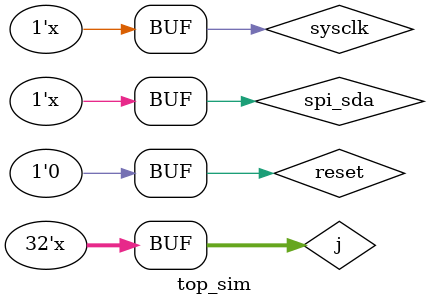
<source format=sv>
`timescale 1ns/1ps

module top_sim();
    reg sysclk;
    initial sysclk = 0;
    always #42 sysclk = ~sysclk; // close enough to 12MHz
   
    reg reset;
    initial reset = 0;
    
    reg spi_sck;
    reg spi_sda;
    wire spi_ready;
    wire tft_dotclk;
    wire tft_hsync;
    wire tft_vsync;
    wire tft_data_enable;
    wire [5:0] tft_data;
    wire [18:0] memory_addr;
    wire [7:0] memory_data;
    wire RamOEn;
    wire RamWEn;
    wire RamCEn;
    
    top top_inst(
        .sysclk(sysclk),
        .reset(reset),
        .spi_sck(spi_sck),
        .spi_sda(spi_sda),
        .spi_ready(spi_ready),
        .tft_dotclk(tft_dotclk),
        .tft_hsync(tft_hsync),
        .tft_vsync(tft_vsync),
        .tft_data_enable(tft_data_enable),
        .tft_data(tft_data),
        .MemAdr(memory_addr),
        .MemDB(memory_data),
        .RamOEn(RamOEn),
        .RamWEn(RamWEn),
        .RamCEn(RamCEn)
    );
    
    
    
    wire memory_read;
    wire memory_write;
    wire memory_enable;
    assign memory_read = ~RamOEn;
    assign memory_write = ~RamWEn;
    assign memory_enable = ~RamCEn;
    
    
    
    sim_sram #(
        .ADDR_BITS(16) // TODO: change to allow sim to access all 18 bits
    ) sim_sram_inst (
        .clk(spi_sck),
        .mem_addr(memory_addr[15:0]),
        .mem_data(memory_data),
        .mem_read(memory_read),
        .mem_write(memory_write)
    );
    
    
    
    integer i;
    integer j = 0;
    
    always begin        
        if (spi_ready) begin
            for (i = 0; i < 24; i = i + 1) begin
                #2
                spi_sda <= i < 16 ? j[15 - i] : j[23 - i];
                spi_sck <= 0;
                #2
                spi_sck <= 1;
            end
            
            j = j + 1;
        end else #10 i=i;
    end
endmodule

</source>
